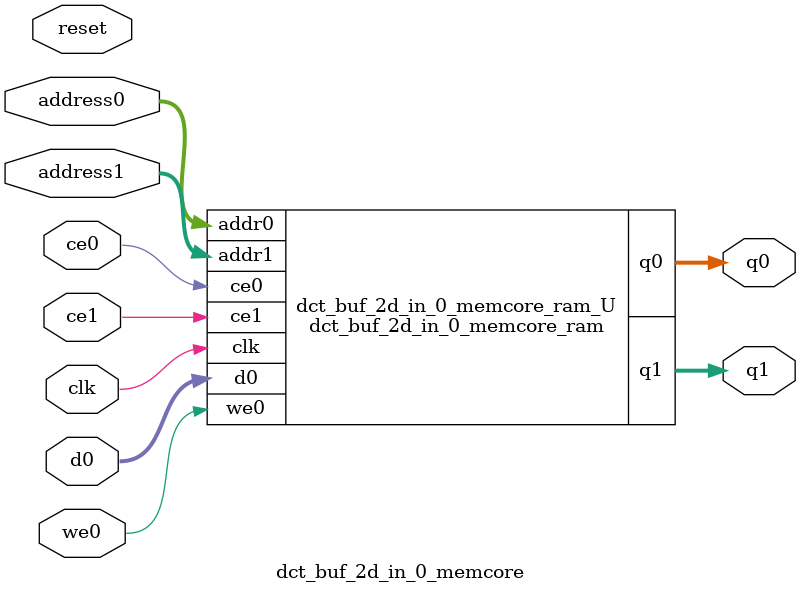
<source format=v>

`timescale 1 ns / 1 ps
module dct_buf_2d_in_0_memcore_ram (addr0, ce0, d0, we0, q0, addr1, ce1, q1,  clk);

parameter DWIDTH = 16;
parameter AWIDTH = 3;
parameter MEM_SIZE = 8;

input[AWIDTH-1:0] addr0;
input ce0;
input[DWIDTH-1:0] d0;
input we0;
output reg[DWIDTH-1:0] q0;
input[AWIDTH-1:0] addr1;
input ce1;
output reg[DWIDTH-1:0] q1;
input clk;

(* ram_style = "distributed" *)reg [DWIDTH-1:0] ram[0:MEM_SIZE-1];




always @(posedge clk)  
begin 
    if (ce0) 
    begin
        if (we0) 
        begin 
            ram[addr0] <= d0; 
            q0 <= d0;
        end 
        else 
            q0 <= ram[addr0];
    end
end


always @(posedge clk)  
begin 
    if (ce1) 
    begin
            q1 <= ram[addr1];
    end
end


endmodule


`timescale 1 ns / 1 ps
module dct_buf_2d_in_0_memcore(
    reset,
    clk,
    address0,
    ce0,
    we0,
    d0,
    q0,
    address1,
    ce1,
    q1);

parameter DataWidth = 32'd16;
parameter AddressRange = 32'd8;
parameter AddressWidth = 32'd3;
input reset;
input clk;
input[AddressWidth - 1:0] address0;
input ce0;
input we0;
input[DataWidth - 1:0] d0;
output[DataWidth - 1:0] q0;
input[AddressWidth - 1:0] address1;
input ce1;
output[DataWidth - 1:0] q1;



dct_buf_2d_in_0_memcore_ram dct_buf_2d_in_0_memcore_ram_U(
    .clk( clk ),
    .addr0( address0 ),
    .ce0( ce0 ),
    .d0( d0 ),
    .we0( we0 ),
    .q0( q0 ),
    .addr1( address1 ),
    .ce1( ce1 ),
    .q1( q1 ));

endmodule


</source>
